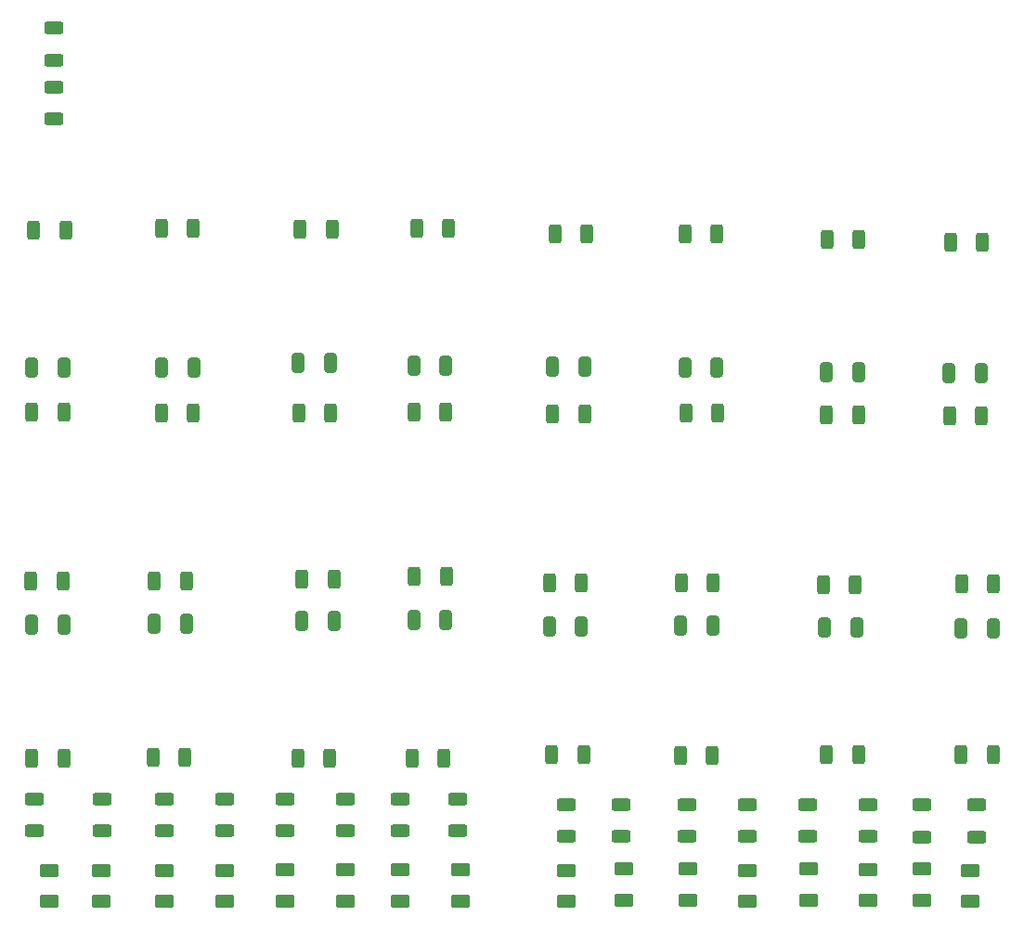
<source format=gtp>
G04 #@! TF.GenerationSoftware,KiCad,Pcbnew,9.0.2*
G04 #@! TF.CreationDate,2025-07-17T17:13:56-07:00*
G04 #@! TF.ProjectId,fsrPrototype2,66737250-726f-4746-9f74-797065322e6b,rev?*
G04 #@! TF.SameCoordinates,Original*
G04 #@! TF.FileFunction,Paste,Top*
G04 #@! TF.FilePolarity,Positive*
%FSLAX46Y46*%
G04 Gerber Fmt 4.6, Leading zero omitted, Abs format (unit mm)*
G04 Created by KiCad (PCBNEW 9.0.2) date 2025-07-17 17:13:56*
%MOMM*%
%LPD*%
G01*
G04 APERTURE LIST*
G04 Aperture macros list*
%AMRoundRect*
0 Rectangle with rounded corners*
0 $1 Rounding radius*
0 $2 $3 $4 $5 $6 $7 $8 $9 X,Y pos of 4 corners*
0 Add a 4 corners polygon primitive as box body*
4,1,4,$2,$3,$4,$5,$6,$7,$8,$9,$2,$3,0*
0 Add four circle primitives for the rounded corners*
1,1,$1+$1,$2,$3*
1,1,$1+$1,$4,$5*
1,1,$1+$1,$6,$7*
1,1,$1+$1,$8,$9*
0 Add four rect primitives between the rounded corners*
20,1,$1+$1,$2,$3,$4,$5,0*
20,1,$1+$1,$4,$5,$6,$7,0*
20,1,$1+$1,$6,$7,$8,$9,0*
20,1,$1+$1,$8,$9,$2,$3,0*%
G04 Aperture macros list end*
%ADD10RoundRect,0.250000X-0.625000X0.312500X-0.625000X-0.312500X0.625000X-0.312500X0.625000X0.312500X0*%
%ADD11RoundRect,0.250000X0.625000X-0.375000X0.625000X0.375000X-0.625000X0.375000X-0.625000X-0.375000X0*%
%ADD12RoundRect,0.250000X-0.312500X-0.625000X0.312500X-0.625000X0.312500X0.625000X-0.312500X0.625000X0*%
%ADD13RoundRect,0.250000X0.312500X0.625000X-0.312500X0.625000X-0.312500X-0.625000X0.312500X-0.625000X0*%
%ADD14RoundRect,0.250000X-0.325000X-0.650000X0.325000X-0.650000X0.325000X0.650000X-0.325000X0.650000X0*%
%ADD15RoundRect,0.250000X0.325000X0.650000X-0.325000X0.650000X-0.325000X-0.650000X0.325000X-0.650000X0*%
G04 APERTURE END LIST*
D10*
X108135000Y-129605000D03*
X108135000Y-126680000D03*
D11*
X109500000Y-133200000D03*
X109500000Y-136000000D03*
D10*
X114335000Y-129605000D03*
X114335000Y-126680000D03*
D11*
X114300000Y-133200000D03*
X114300000Y-136000000D03*
D12*
X142757500Y-91380000D03*
X145682500Y-91380000D03*
D13*
X110877500Y-91425000D03*
X107952500Y-91425000D03*
D14*
X142765000Y-87175000D03*
X145715000Y-87175000D03*
D11*
X189100000Y-135900000D03*
X189100000Y-133100000D03*
D13*
X145512500Y-122950000D03*
X142587500Y-122950000D03*
X110837500Y-122950000D03*
X107912500Y-122950000D03*
D11*
X156700000Y-136000000D03*
X156700000Y-133200000D03*
D13*
X183340000Y-91680000D03*
X180415000Y-91680000D03*
D12*
X119112500Y-106780000D03*
X122037500Y-106780000D03*
D10*
X109970000Y-56367500D03*
X109970000Y-59292500D03*
D13*
X135112500Y-122950000D03*
X132187500Y-122950000D03*
D15*
X110850000Y-110780000D03*
X107900000Y-110780000D03*
D13*
X183040000Y-107180000D03*
X180115000Y-107180000D03*
X135477500Y-106610000D03*
X132552500Y-106610000D03*
D14*
X167127500Y-110880000D03*
X170077500Y-110880000D03*
D12*
X191615000Y-91780000D03*
X194540000Y-91780000D03*
D10*
X146747500Y-126680000D03*
X146747500Y-129605000D03*
D14*
X119100000Y-110680000D03*
X122050000Y-110680000D03*
D13*
X195600000Y-122650000D03*
X192675000Y-122650000D03*
X183377500Y-75680000D03*
X180452500Y-75680000D03*
D15*
X135195000Y-86925000D03*
X132245000Y-86925000D03*
D13*
X183350000Y-122650000D03*
X180425000Y-122650000D03*
D11*
X161900000Y-135900000D03*
X161900000Y-133100000D03*
X141535000Y-135980000D03*
X141535000Y-133180000D03*
D10*
X141535000Y-126680000D03*
X141535000Y-129605000D03*
D14*
X142765000Y-110380000D03*
X145715000Y-110380000D03*
D11*
X173215000Y-136000000D03*
X173215000Y-133200000D03*
D13*
X170012500Y-122700000D03*
X167087500Y-122700000D03*
D10*
X109930000Y-61757500D03*
X109930000Y-64682500D03*
X125535000Y-126680000D03*
X125535000Y-129605000D03*
D12*
X192715000Y-107080000D03*
X195640000Y-107080000D03*
D13*
X145945000Y-74680000D03*
X143020000Y-74680000D03*
D11*
X131035000Y-135980000D03*
X131035000Y-133180000D03*
D10*
X194100000Y-127250000D03*
X194100000Y-130175000D03*
X178715000Y-127180000D03*
X178715000Y-130105000D03*
D11*
X184200000Y-135950000D03*
X184200000Y-133150000D03*
D13*
X194640000Y-75880000D03*
X191715000Y-75880000D03*
D12*
X167140000Y-106980000D03*
X170065000Y-106980000D03*
D11*
X167750000Y-135900000D03*
X167750000Y-133100000D03*
D13*
X110775000Y-106780000D03*
X107850000Y-106780000D03*
D14*
X119765000Y-87380000D03*
X122715000Y-87380000D03*
D13*
X122677500Y-74680000D03*
X119752500Y-74680000D03*
D14*
X192702500Y-111160000D03*
X195652500Y-111160000D03*
D15*
X183352500Y-87780000D03*
X180402500Y-87780000D03*
D11*
X147035000Y-135980000D03*
X147035000Y-133180000D03*
X120035000Y-136000000D03*
X120035000Y-133200000D03*
D10*
X184215000Y-127180000D03*
X184215000Y-130105000D03*
D13*
X158560000Y-75180000D03*
X155635000Y-75180000D03*
D10*
X120035000Y-126680000D03*
X120035000Y-129605000D03*
D13*
X170422500Y-75180000D03*
X167497500Y-75180000D03*
X111015000Y-74780000D03*
X108090000Y-74780000D03*
D11*
X193500000Y-136000000D03*
X193500000Y-133200000D03*
X178750000Y-135900000D03*
X178750000Y-133100000D03*
D13*
X158262500Y-122650000D03*
X155337500Y-122650000D03*
D14*
X167485000Y-87380000D03*
X170435000Y-87380000D03*
D13*
X158065000Y-106980000D03*
X155140000Y-106980000D03*
D15*
X110890000Y-87380000D03*
X107940000Y-87380000D03*
D13*
X158360000Y-91580000D03*
X155435000Y-91580000D03*
D10*
X189100000Y-127250000D03*
X189100000Y-130175000D03*
D12*
X142802500Y-106360000D03*
X145727500Y-106360000D03*
X167597500Y-91480000D03*
X170522500Y-91480000D03*
D13*
X135307500Y-74700000D03*
X132382500Y-74700000D03*
D10*
X173215000Y-127180000D03*
X173215000Y-130105000D03*
X131035000Y-126680000D03*
X131035000Y-129605000D03*
D15*
X183152500Y-111080000D03*
X180202500Y-111080000D03*
D10*
X167715000Y-127180000D03*
X167715000Y-130105000D03*
D11*
X136535000Y-135980000D03*
X136535000Y-133180000D03*
D15*
X135490000Y-110480000D03*
X132540000Y-110480000D03*
D13*
X121912500Y-122900000D03*
X118987500Y-122900000D03*
D14*
X191602500Y-87880000D03*
X194552500Y-87880000D03*
D12*
X119752500Y-91480000D03*
X122677500Y-91480000D03*
D13*
X135182500Y-91490000D03*
X132257500Y-91490000D03*
D15*
X158077500Y-110980000D03*
X155127500Y-110980000D03*
D10*
X161715000Y-127180000D03*
X161715000Y-130105000D03*
D11*
X125535000Y-136000000D03*
X125535000Y-133200000D03*
D10*
X136535000Y-126680000D03*
X136535000Y-129605000D03*
D15*
X158335000Y-87280000D03*
X155385000Y-87280000D03*
D10*
X156715000Y-127180000D03*
X156715000Y-130105000D03*
M02*

</source>
